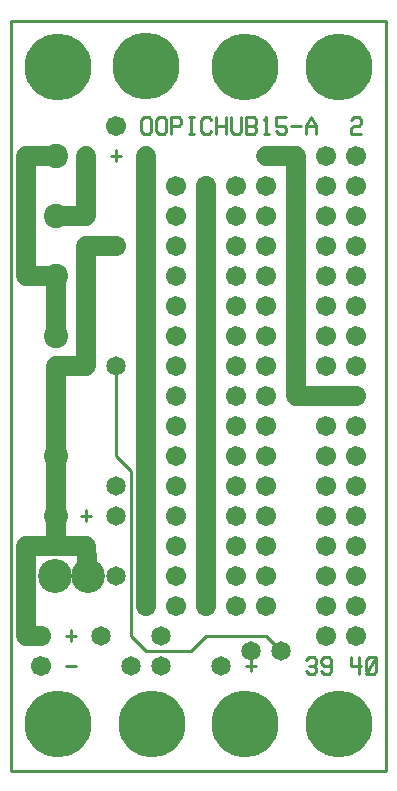
<source format=gtl>
%MOIN*%
%FSLAX25Y25*%
G04 D10 used for Character Trace; *
G04     Circle (OD=.01000) (No hole)*
G04 D11 used for Power Trace; *
G04     Circle (OD=.06700) (No hole)*
G04 D12 used for Signal Trace; *
G04     Circle (OD=.01100) (No hole)*
G04 D13 used for Via; *
G04     Circle (OD=.05800) (Round. Hole ID=.02800)*
G04 D14 used for Component hole; *
G04     Circle (OD=.06500) (Round. Hole ID=.03500)*
G04 D15 used for Component hole; *
G04     Circle (OD=.06700) (Round. Hole ID=.04300)*
G04 D16 used for Component hole; *
G04     Circle (OD=.08100) (Round. Hole ID=.05100)*
G04 D17 used for Component hole; *
G04     Circle (OD=.08900) (Round. Hole ID=.05900)*
G04 D18 used for Component hole; *
G04     Circle (OD=.11300) (Round. Hole ID=.08300)*
G04 D19 used for Component hole; *
G04     Circle (OD=.16000) (Round. Hole ID=.13000)*
G04 D20 used for Component hole; *
G04     Circle (OD=.18300) (Round. Hole ID=.15300)*
G04 D21 used for Component hole; *
G04     Circle (OD=.22291) (Round. Hole ID=.19291)*
%ADD10C,.01000*%
%ADD11C,.06700*%
%ADD12C,.01100*%
%ADD13C,.05800*%
%ADD14C,.06500*%
%ADD15C,.06700*%
%ADD16C,.08100*%
%ADD17C,.08900*%
%ADD18C,.11300*%
%ADD19C,.16000*%
%ADD20C,.18300*%
%ADD21C,.22291*%
%IPPOS*%
%LPD*%
G90*X0Y0D02*D21*X15625Y15625D03*D10*              
X18326Y35000D02*X21674D01*D15*X10000D03*D14*      
X40000D03*D12*X45000Y40000D02*X40000Y45000D01*    
X45000Y40000D02*X60000D01*X65000Y45000D01*        
X85000D01*X90000Y40000D01*D14*D03*D10*            
X98326Y36914D02*X99163Y37871D01*X100837D01*       
X101674Y36914D01*Y35957D01*X100837Y35000D01*      
X99163D01*X100837D02*X101674Y34043D01*Y33086D01*  
X100837Y32129D01*X99163D01*X98326Y33086D01*       
X106674Y35957D02*X105837Y35000D01*X104163D01*     
X103326Y35957D01*Y36914D01*X104163Y37871D01*      
X105837D01*X106674Y36914D01*Y33086D01*            
X105837Y32129D01*X104163D01*X103326Y33086D01*D14* 
X80000Y40000D03*D10*X78326Y35000D02*X81674D01*    
X80000Y36914D02*Y33086D01*D15*X105000Y55000D03*   
X75000D03*X105000Y45000D03*X85000Y55000D03*D14*   
X70000Y35000D03*D15*X115000Y65000D03*X65000D03*   
D11*Y55000D01*D15*D03*X75000Y65000D03*X55000D03*  
D11*X65000D02*Y75000D01*D15*D03*D11*Y85000D01*D15*
D03*D11*Y95000D01*D15*D03*D11*Y105000D01*D15*D03* 
D11*Y115000D01*D15*D03*D11*Y125000D01*D15*D03*D11*
Y135000D01*D15*D03*D11*Y145000D01*D15*D03*D11*    
Y155000D01*D15*D03*D11*Y165000D01*D15*D03*D11*    
Y175000D01*D15*D03*D11*Y185000D01*D15*D03*D11*    
Y195000D01*D15*D03*X75000Y185000D03*X55000D03*    
X75000Y195000D03*X55000D03*X85000Y175000D03*D10*  
X46674Y213086D02*X45837Y212129D01*X44163D01*      
X43326Y213086D01*Y216914D01*X44163Y217871D01*     
X45837D01*X46674Y216914D01*Y213086D01*X51674D02*  
X50837Y212129D01*X49163D01*X48326Y213086D01*      
Y216914D01*X49163Y217871D01*X50837D01*            
X51674Y216914D01*Y213086D01*X53326Y212129D02*     
Y217871D01*X55837D01*X56674Y216914D01*Y215957D01* 
X55837Y215000D01*X53326D01*X60000Y212129D02*      
Y217871D01*X59163Y212129D02*X60837D01*            
X59163Y217871D02*X60837D01*X66674Y213086D02*      
X65837Y212129D01*X64163D01*X63326Y213086D01*      
Y216914D01*X64163Y217871D01*X65837D01*            
X66674Y216914D01*X68326Y212129D02*Y217871D01*     
X71674Y212129D02*Y217871D01*X68326Y215000D02*     
X71674D01*X76674Y217871D02*Y213086D01*            
X75837Y212129D01*X74163D01*X73326Y213086D01*      
Y217871D01*X78326Y212129D02*Y217871D01*X80837D01* 
X81674Y216914D01*Y215957D01*X80837Y215000D01*     
X81674Y214043D01*Y213086D01*X80837Y212129D01*     
X78326D01*Y215000D02*X80837D01*X84163Y216914D02*  
X85000Y217871D01*Y212129D01*X84163D02*X85837D01*  
X91674Y217871D02*X88326D01*Y215000D01*X90837D01*  
X91674Y214043D01*Y213086D01*X90837Y212129D01*     
X89163D01*X88326Y213086D01*X93326Y215000D02*      
X96674D01*X98326Y212129D02*Y215000D01*            
X100000Y217871D01*X101674Y215000D01*Y212129D01*   
X98326Y215000D02*X101674D01*D15*X45000Y175000D03* 
D11*Y165000D01*D15*D03*D11*Y155000D01*D15*D03*D11*
Y145000D01*D15*D03*D11*Y135000D01*D15*D03*D11*    
Y125000D01*D15*D03*D11*Y115000D01*D15*D03*D11*    
Y105000D01*D15*D03*D11*Y95000D01*D15*D03*D11*     
Y85000D01*D15*D03*D11*Y75000D01*D15*D03*D11*      
Y65000D01*D15*D03*D11*Y55000D01*D15*D03*D14*      
X35000Y65000D03*D12*X40000Y45000D02*Y100000D01*   
X35000Y105000D01*Y135000D01*D14*D03*D11*X15000D02*
X25000D01*X15000Y105000D02*Y135000D01*D16*        
Y105000D03*D11*Y85000D01*D16*D03*D11*Y75000D01*   
X5000D01*Y45000D01*X10000D01*D15*D03*D10*         
X18326D02*X21674D01*X20000Y46914D02*Y43086D01*D18*
X25500Y65000D03*D11*X25000Y75000D01*X15000D01*D10*
X23326Y85000D02*X26674D01*X25000Y86914D02*        
Y83086D01*D18*X14500Y65000D03*D14*X35000Y95000D03*
Y85000D03*X30000Y45000D03*X50000D03*D15*          
X55000Y115000D03*Y55000D03*Y75000D03*Y85000D03*   
Y95000D03*Y105000D03*D14*X50000Y35000D03*D15*     
X55000Y125000D03*X75000Y135000D03*X55000D03*D11*  
X25000D02*Y175000D01*X35000D01*D15*D03*           
X45000Y185000D03*D11*Y175000D01*D15*              
X55000Y165000D03*Y175000D03*D11*X45000Y185000D02* 
Y195000D01*D15*D03*D11*Y205000D01*D13*D03*D15*    
X35000Y215000D03*D10*X33326Y205000D02*X36674D01*  
X35000Y206914D02*Y203086D01*D11*X15000Y185000D02* 
X25000D01*D16*X15000D03*D11*X25000D02*Y205000D01* 
D13*D03*D16*X15000D03*D11*X5000D01*Y165000D01*    
X15000D01*D16*D03*D11*Y145000D01*D16*D03*D15*     
X55000D03*Y155000D03*X75000Y85000D03*Y95000D03*   
Y105000D03*Y115000D03*Y125000D03*Y145000D03*      
Y155000D03*Y165000D03*Y175000D03*X85000Y75000D03* 
Y85000D03*Y95000D03*Y105000D03*Y115000D03*        
Y125000D03*Y135000D03*Y145000D03*Y155000D03*      
Y165000D03*Y185000D03*Y195000D03*D13*Y205000D03*  
D11*X95000D01*Y125000D01*X105000D01*D15*D03*D11*  
X115000D01*D15*D03*X105000Y135000D03*Y115000D03*  
X115000Y135000D03*Y115000D03*X105000Y105000D03*   
X115000Y145000D03*Y105000D03*X105000Y145000D03*   
Y95000D03*X115000Y155000D03*Y95000D03*            
X105000Y155000D03*Y85000D03*X115000Y165000D03*    
Y85000D03*X105000Y165000D03*X75000Y75000D03*      
X105000D03*X115000Y175000D03*Y75000D03*           
X105000Y175000D03*X85000Y65000D03*X105000D03*     
X115000Y185000D03*X105000D03*X115000Y195000D03*   
Y55000D03*X105000Y195000D03*X115000Y205000D03*    
Y45000D03*X105000Y205000D03*D10*X113326Y216914D02*
X114163Y217871D01*X115837D01*X116674Y216914D01*   
Y215957D01*X115837Y215000D01*X114163D01*          
X113326Y214043D01*Y212129D01*X116674D01*          
X115837Y37871D02*Y32129D01*X113326Y37871D02*      
Y35000D01*X116674D01*X121674Y33086D02*            
X120837Y32129D01*X119163D01*X118326Y33086D01*     
Y36914D01*X119163Y37871D01*X120837D01*            
X121674Y36914D01*Y33086D01*X118326Y32129D02*      
X121674Y37871D01*D21*X46875Y15625D03*X78125D03*   
X109375D03*Y234375D03*X78125D03*X45000Y235000D03* 
X15625Y234375D03*D12*X0Y0D02*X125000D01*          
Y250000D01*X0D01*Y0D01*M02*                       

</source>
